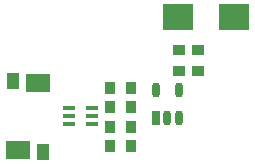
<source format=gtp>
%FSLAX25Y25*%
%MOIN*%
G70*
G01*
G75*
G04 Layer_Color=9021481*
%ADD10R,0.04134X0.01575*%
%ADD11R,0.03937X0.03740*%
%ADD12R,0.03740X0.03937*%
%ADD13O,0.02756X0.05118*%
%ADD14R,0.02756X0.05118*%
%ADD15R,0.10039X0.09055*%
%ADD16R,0.04488X0.05512*%
%ADD17R,0.07874X0.06496*%
%ADD18C,0.02000*%
%ADD19C,0.01500*%
%ADD20C,0.01000*%
%ADD21C,0.06000*%
%ADD22C,0.08700*%
%ADD23C,0.12500*%
%ADD24C,0.05000*%
%ADD25C,0.00799*%
%ADD26C,0.00984*%
%ADD27C,0.00787*%
%ADD28C,0.00700*%
%ADD29C,0.00800*%
D10*
X61740Y65441D02*
D03*
Y68000D02*
D03*
Y70559D02*
D03*
X54260D02*
D03*
Y68000D02*
D03*
Y65441D02*
D03*
D11*
X97150Y90000D02*
D03*
X90850D02*
D03*
X97150Y83000D02*
D03*
X90850D02*
D03*
D12*
X68000Y77150D02*
D03*
Y70850D02*
D03*
X75000Y77150D02*
D03*
Y70850D02*
D03*
Y64150D02*
D03*
Y57850D02*
D03*
X68000Y64150D02*
D03*
Y57850D02*
D03*
D13*
X83260Y76724D02*
D03*
X90740D02*
D03*
Y67276D02*
D03*
X87000D02*
D03*
D14*
X83260D02*
D03*
D15*
X90650Y101000D02*
D03*
X109350D02*
D03*
D16*
X35490Y79488D02*
D03*
X45481Y56046D02*
D03*
D17*
X43777Y79000D02*
D03*
X37194Y56533D02*
D03*
M02*

</source>
